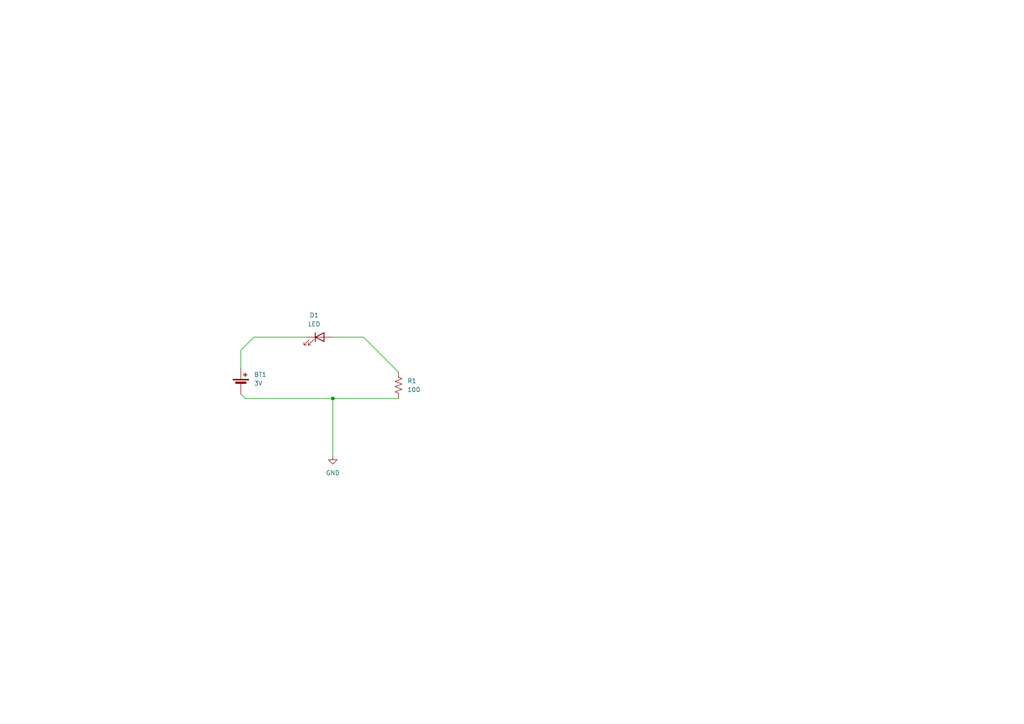
<source format=kicad_sch>
(kicad_sch (version 20250114) (generator "eeschema") (generator_version "9.0")
  (paper "A4")
  (lib_symbols
    (symbol "Device:Battery_Cell" (pin_numbers (hide yes)) (pin_names (offset 0) (hide yes))
      (property "Reference" "BT" (at 2.54 2.54 0))
      (property "Value" "Battery_Cell" (at 2.54 0 0))
      (symbol "Battery_Cell_0_1"
        (rectangle (start -2.286 1.778) (end 2.286 1.524) (fill (type outline)))
        (rectangle (start -1.524 1.016) (end 1.524 0.508) (fill (type outline)))
        (polyline (pts (xy 0 1.778) (xy 0 2.54)))
        (polyline (pts (xy 0 0.762) (xy 0 0)))
        (polyline (pts (xy 0.762 3.048) (xy 1.778 3.048)) (stroke (width 0.254)))
        (polyline (pts (xy 1.27 3.556) (xy 1.27 2.54)) (stroke (width 0.254)))
      )
      (symbol "Battery_Cell_1_1"
        (pin passive line (at 0 5.08 270) (length 2.54) (name "+") (number "1"))
        (pin passive line (at 0 -2.54 90) (length 2.54) (name "-") (number "2"))
      )
    )
    (symbol "Device:LED" (pin_numbers (hide yes)) (pin_names (offset 1.016) (hide yes))
      (property "Reference" "D" (at 0 2.54 0))
      (property "Value" "LED" (at 0 -2.54 0))
      (symbol "LED_0_1"
        (polyline (pts (xy -3.048 -0.762) (xy -4.572 -2.286) (xy -3.81 -2.286) (xy -4.572 -2.286) (xy -4.572 -1.524)))
        (polyline (pts (xy -1.778 -0.762) (xy -3.302 -2.286) (xy -2.54 -2.286) (xy -3.302 -2.286) (xy -3.302 -1.524)))
        (polyline (pts (xy -1.27 0) (xy 1.27 0)))
        (polyline (pts (xy -1.27 -1.27) (xy -1.27 1.27)) (stroke (width 0.254)))
        (polyline (pts (xy 1.27 -1.27) (xy 1.27 1.27) (xy -1.27 0) (xy 1.27 -1.27)) (stroke (width 0.254)))
      )
      (symbol "LED_1_1"
        (pin passive line (at -3.81 0 0) (length 2.54) (name "K") (number "1"))
        (pin passive line (at 3.81 0 180) (length 2.54) (name "A") (number "2"))
      )
    )
    (symbol "Device:R_US" (pin_numbers (hide yes)) (pin_names (offset 0))
      (property "Reference" "R" (at 2.54 0 90))
      (property "Value" "R_US" (at -2.54 0 90))
      (symbol "R_US_0_1"
        (polyline (pts (xy 0 2.286) (xy 0 2.54)))
        (polyline (pts (xy 0 2.286) (xy 1.016 1.905) (xy 0 1.524) (xy -1.016 1.143) (xy 0 0.762)))
        (polyline (pts (xy 0 0.762) (xy 1.016 0.381) (xy 0 0) (xy -1.016 -0.381) (xy 0 -0.762)))
        (polyline (pts (xy 0 -0.762) (xy 1.016 -1.143) (xy 0 -1.524) (xy -1.016 -1.905) (xy 0 -2.286)))
        (polyline (pts (xy 0 -2.286) (xy 0 -2.54)))
      )
      (symbol "R_US_1_1"
        (pin passive line (at 0 3.81 270) (length 1.27) (name "~") (number "1"))
        (pin passive line (at 0 -3.81 90) (length 1.27) (name "~") (number "2"))
      )
    )
    (symbol "power:GND" (power) (pin_numbers (hide yes)) (pin_names (offset 0) (hide yes))
      (property "Value" "GND" (at 0 -3.81 0))
      (symbol "GND_0_1"
        (polyline (pts (xy 0 0) (xy 0 -1.27) (xy 1.27 -1.27) (xy 0 -2.54) (xy -1.27 -1.27) (xy 0 -1.27)))
      )
      (symbol "GND_1_1"
        (pin power_in line (at 0 0 270) (length 0) (name "~") (number "1"))
      )
    )
  )
  (junction (at 96.52 115.57))
  (wire (pts (xy 96.52 115.57) (xy 71.12 115.57)))
  (wire (pts (xy 105.41 97.79) (xy 115.57 107.95)))
  (wire (pts (xy 96.52 97.79) (xy 105.41 97.79)))
  (wire (pts (xy 71.12 115.57) (xy 69.85 114.3)))
  (wire (pts (xy 115.57 115.57) (xy 96.52 115.57)))
  (wire (pts (xy 96.52 115.57) (xy 96.52 132.08)))
  (wire (pts (xy 73.66 97.79) (xy 88.9 97.79)))
  (wire (pts (xy 69.85 106.68) (xy 69.85 101.6)))
  (wire (pts (xy 69.85 101.6) (xy 73.66 97.79)))
  (symbol (lib_id "Device:LED") (at 92.71 97.79 0) (unit 1)
    (property "Reference" "D1" (at 91.1225 91.44 0))
    (property "Value" "LED" (at 91.1225 93.98 0))
    (property "Footprint" "LED_THT:LED_D5.0mm_IRGrey" (effects (hide yes)))
    (property "Description" "Light emitting diode" (effects (hide yes)))
    (property "Sim.Pins" "1=K 2=A" (effects (hide yes)))
  )
  (symbol (lib_id "Device:R_US") (at 115.57 111.76 0) (unit 1)
    (property "Reference" "R1" (at 118.11 110.4899 0) (effects (justify left)))
    (property "Value" "100" (at 118.11 113.0299 0) (effects (justify left)))
    (property "Footprint" "Resistor_THT:R_Axial_DIN0617_L17.0mm_D6.0mm_P30.48mm_Horizontal" (effects (hide yes)))
    (property "Description" "Resistor, US symbol" (effects (hide yes)))
  )
  (symbol (lib_id "Device:Battery_Cell") (at 69.85 111.76 0) (unit 1)
    (property "Reference" "BT1" (at 73.66 108.6484 0) (effects (justify left)))
    (property "Value" "3V" (at 73.66 111.1884 0) (effects (justify left)))
    (property "Footprint" "Battery:BatteryHolder_Keystone_2466_1xAAA" (effects (hide yes)))
    (property "Description" "Single-cell battery" (effects (hide yes)))
  )
  (symbol (lib_id "power:GND") (at 96.52 132.08 0) (unit 1)
    (property "Reference" "#PWR01" (effects (hide yes)))
    (property "Value" "GND" (at 96.52 137.16 0))
    (property "Description" "Power symbol creates a global label with name \"GND\" , ground" (effects (hide yes)))
  )
)
</source>
